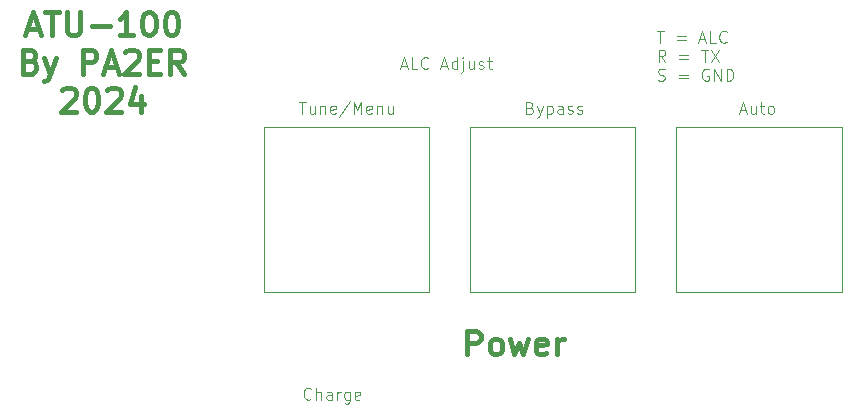
<source format=gbr>
%TF.GenerationSoftware,KiCad,Pcbnew,8.0.4-1.fc40*%
%TF.CreationDate,2024-08-27T20:39:50+02:00*%
%TF.ProjectId,ATU100 Alc interface Front,41545531-3030-4204-916c-6320696e7465,rev?*%
%TF.SameCoordinates,Original*%
%TF.FileFunction,Legend,Top*%
%TF.FilePolarity,Positive*%
%FSLAX46Y46*%
G04 Gerber Fmt 4.6, Leading zero omitted, Abs format (unit mm)*
G04 Created by KiCad (PCBNEW 8.0.4-1.fc40) date 2024-08-27 20:39:50*
%MOMM*%
%LPD*%
G01*
G04 APERTURE LIST*
%ADD10C,0.050000*%
%ADD11C,0.400000*%
%ADD12C,0.100000*%
G04 APERTURE END LIST*
D10*
X134850000Y-86050000D02*
X148850000Y-86050000D01*
X148850000Y-100050000D01*
X134850000Y-100050000D01*
X134850000Y-86050000D01*
X117400000Y-86050000D02*
X131400000Y-86050000D01*
X131400000Y-100050000D01*
X117400000Y-100050000D01*
X117400000Y-86050000D01*
X152300000Y-86050000D02*
X166300000Y-86050000D01*
X166300000Y-100050000D01*
X152300000Y-100050000D01*
X152300000Y-86050000D01*
D11*
X134597619Y-105284438D02*
X134597619Y-103284438D01*
X134597619Y-103284438D02*
X135359524Y-103284438D01*
X135359524Y-103284438D02*
X135550000Y-103379676D01*
X135550000Y-103379676D02*
X135645238Y-103474914D01*
X135645238Y-103474914D02*
X135740476Y-103665390D01*
X135740476Y-103665390D02*
X135740476Y-103951104D01*
X135740476Y-103951104D02*
X135645238Y-104141580D01*
X135645238Y-104141580D02*
X135550000Y-104236819D01*
X135550000Y-104236819D02*
X135359524Y-104332057D01*
X135359524Y-104332057D02*
X134597619Y-104332057D01*
X136883333Y-105284438D02*
X136692857Y-105189200D01*
X136692857Y-105189200D02*
X136597619Y-105093961D01*
X136597619Y-105093961D02*
X136502381Y-104903485D01*
X136502381Y-104903485D02*
X136502381Y-104332057D01*
X136502381Y-104332057D02*
X136597619Y-104141580D01*
X136597619Y-104141580D02*
X136692857Y-104046342D01*
X136692857Y-104046342D02*
X136883333Y-103951104D01*
X136883333Y-103951104D02*
X137169048Y-103951104D01*
X137169048Y-103951104D02*
X137359524Y-104046342D01*
X137359524Y-104046342D02*
X137454762Y-104141580D01*
X137454762Y-104141580D02*
X137550000Y-104332057D01*
X137550000Y-104332057D02*
X137550000Y-104903485D01*
X137550000Y-104903485D02*
X137454762Y-105093961D01*
X137454762Y-105093961D02*
X137359524Y-105189200D01*
X137359524Y-105189200D02*
X137169048Y-105284438D01*
X137169048Y-105284438D02*
X136883333Y-105284438D01*
X138216667Y-103951104D02*
X138597619Y-105284438D01*
X138597619Y-105284438D02*
X138978572Y-104332057D01*
X138978572Y-104332057D02*
X139359524Y-105284438D01*
X139359524Y-105284438D02*
X139740476Y-103951104D01*
X141264286Y-105189200D02*
X141073810Y-105284438D01*
X141073810Y-105284438D02*
X140692857Y-105284438D01*
X140692857Y-105284438D02*
X140502381Y-105189200D01*
X140502381Y-105189200D02*
X140407143Y-104998723D01*
X140407143Y-104998723D02*
X140407143Y-104236819D01*
X140407143Y-104236819D02*
X140502381Y-104046342D01*
X140502381Y-104046342D02*
X140692857Y-103951104D01*
X140692857Y-103951104D02*
X141073810Y-103951104D01*
X141073810Y-103951104D02*
X141264286Y-104046342D01*
X141264286Y-104046342D02*
X141359524Y-104236819D01*
X141359524Y-104236819D02*
X141359524Y-104427295D01*
X141359524Y-104427295D02*
X140407143Y-104617771D01*
X142216667Y-105284438D02*
X142216667Y-103951104D01*
X142216667Y-104332057D02*
X142311905Y-104141580D01*
X142311905Y-104141580D02*
X142407143Y-104046342D01*
X142407143Y-104046342D02*
X142597619Y-103951104D01*
X142597619Y-103951104D02*
X142788096Y-103951104D01*
D12*
X129006265Y-80836704D02*
X129482455Y-80836704D01*
X128911027Y-81122419D02*
X129244360Y-80122419D01*
X129244360Y-80122419D02*
X129577693Y-81122419D01*
X130387217Y-81122419D02*
X129911027Y-81122419D01*
X129911027Y-81122419D02*
X129911027Y-80122419D01*
X131291979Y-81027180D02*
X131244360Y-81074800D01*
X131244360Y-81074800D02*
X131101503Y-81122419D01*
X131101503Y-81122419D02*
X131006265Y-81122419D01*
X131006265Y-81122419D02*
X130863408Y-81074800D01*
X130863408Y-81074800D02*
X130768170Y-80979561D01*
X130768170Y-80979561D02*
X130720551Y-80884323D01*
X130720551Y-80884323D02*
X130672932Y-80693847D01*
X130672932Y-80693847D02*
X130672932Y-80550990D01*
X130672932Y-80550990D02*
X130720551Y-80360514D01*
X130720551Y-80360514D02*
X130768170Y-80265276D01*
X130768170Y-80265276D02*
X130863408Y-80170038D01*
X130863408Y-80170038D02*
X131006265Y-80122419D01*
X131006265Y-80122419D02*
X131101503Y-80122419D01*
X131101503Y-80122419D02*
X131244360Y-80170038D01*
X131244360Y-80170038D02*
X131291979Y-80217657D01*
X132434837Y-80836704D02*
X132911027Y-80836704D01*
X132339599Y-81122419D02*
X132672932Y-80122419D01*
X132672932Y-80122419D02*
X133006265Y-81122419D01*
X133768170Y-81122419D02*
X133768170Y-80122419D01*
X133768170Y-81074800D02*
X133672932Y-81122419D01*
X133672932Y-81122419D02*
X133482456Y-81122419D01*
X133482456Y-81122419D02*
X133387218Y-81074800D01*
X133387218Y-81074800D02*
X133339599Y-81027180D01*
X133339599Y-81027180D02*
X133291980Y-80931942D01*
X133291980Y-80931942D02*
X133291980Y-80646228D01*
X133291980Y-80646228D02*
X133339599Y-80550990D01*
X133339599Y-80550990D02*
X133387218Y-80503371D01*
X133387218Y-80503371D02*
X133482456Y-80455752D01*
X133482456Y-80455752D02*
X133672932Y-80455752D01*
X133672932Y-80455752D02*
X133768170Y-80503371D01*
X134244361Y-80455752D02*
X134244361Y-81312895D01*
X134244361Y-81312895D02*
X134196742Y-81408133D01*
X134196742Y-81408133D02*
X134101504Y-81455752D01*
X134101504Y-81455752D02*
X134053885Y-81455752D01*
X134244361Y-80122419D02*
X134196742Y-80170038D01*
X134196742Y-80170038D02*
X134244361Y-80217657D01*
X134244361Y-80217657D02*
X134291980Y-80170038D01*
X134291980Y-80170038D02*
X134244361Y-80122419D01*
X134244361Y-80122419D02*
X134244361Y-80217657D01*
X135149122Y-80455752D02*
X135149122Y-81122419D01*
X134720551Y-80455752D02*
X134720551Y-80979561D01*
X134720551Y-80979561D02*
X134768170Y-81074800D01*
X134768170Y-81074800D02*
X134863408Y-81122419D01*
X134863408Y-81122419D02*
X135006265Y-81122419D01*
X135006265Y-81122419D02*
X135101503Y-81074800D01*
X135101503Y-81074800D02*
X135149122Y-81027180D01*
X135577694Y-81074800D02*
X135672932Y-81122419D01*
X135672932Y-81122419D02*
X135863408Y-81122419D01*
X135863408Y-81122419D02*
X135958646Y-81074800D01*
X135958646Y-81074800D02*
X136006265Y-80979561D01*
X136006265Y-80979561D02*
X136006265Y-80931942D01*
X136006265Y-80931942D02*
X135958646Y-80836704D01*
X135958646Y-80836704D02*
X135863408Y-80789085D01*
X135863408Y-80789085D02*
X135720551Y-80789085D01*
X135720551Y-80789085D02*
X135625313Y-80741466D01*
X135625313Y-80741466D02*
X135577694Y-80646228D01*
X135577694Y-80646228D02*
X135577694Y-80598609D01*
X135577694Y-80598609D02*
X135625313Y-80503371D01*
X135625313Y-80503371D02*
X135720551Y-80455752D01*
X135720551Y-80455752D02*
X135863408Y-80455752D01*
X135863408Y-80455752D02*
X135958646Y-80503371D01*
X136291980Y-80455752D02*
X136672932Y-80455752D01*
X136434837Y-80122419D02*
X136434837Y-80979561D01*
X136434837Y-80979561D02*
X136482456Y-81074800D01*
X136482456Y-81074800D02*
X136577694Y-81122419D01*
X136577694Y-81122419D02*
X136672932Y-81122419D01*
X157706265Y-84636704D02*
X158182455Y-84636704D01*
X157611027Y-84922419D02*
X157944360Y-83922419D01*
X157944360Y-83922419D02*
X158277693Y-84922419D01*
X159039598Y-84255752D02*
X159039598Y-84922419D01*
X158611027Y-84255752D02*
X158611027Y-84779561D01*
X158611027Y-84779561D02*
X158658646Y-84874800D01*
X158658646Y-84874800D02*
X158753884Y-84922419D01*
X158753884Y-84922419D02*
X158896741Y-84922419D01*
X158896741Y-84922419D02*
X158991979Y-84874800D01*
X158991979Y-84874800D02*
X159039598Y-84827180D01*
X159372932Y-84255752D02*
X159753884Y-84255752D01*
X159515789Y-83922419D02*
X159515789Y-84779561D01*
X159515789Y-84779561D02*
X159563408Y-84874800D01*
X159563408Y-84874800D02*
X159658646Y-84922419D01*
X159658646Y-84922419D02*
X159753884Y-84922419D01*
X160230075Y-84922419D02*
X160134837Y-84874800D01*
X160134837Y-84874800D02*
X160087218Y-84827180D01*
X160087218Y-84827180D02*
X160039599Y-84731942D01*
X160039599Y-84731942D02*
X160039599Y-84446228D01*
X160039599Y-84446228D02*
X160087218Y-84350990D01*
X160087218Y-84350990D02*
X160134837Y-84303371D01*
X160134837Y-84303371D02*
X160230075Y-84255752D01*
X160230075Y-84255752D02*
X160372932Y-84255752D01*
X160372932Y-84255752D02*
X160468170Y-84303371D01*
X160468170Y-84303371D02*
X160515789Y-84350990D01*
X160515789Y-84350990D02*
X160563408Y-84446228D01*
X160563408Y-84446228D02*
X160563408Y-84731942D01*
X160563408Y-84731942D02*
X160515789Y-84827180D01*
X160515789Y-84827180D02*
X160468170Y-84874800D01*
X160468170Y-84874800D02*
X160372932Y-84922419D01*
X160372932Y-84922419D02*
X160230075Y-84922419D01*
X121375312Y-109027180D02*
X121327693Y-109074800D01*
X121327693Y-109074800D02*
X121184836Y-109122419D01*
X121184836Y-109122419D02*
X121089598Y-109122419D01*
X121089598Y-109122419D02*
X120946741Y-109074800D01*
X120946741Y-109074800D02*
X120851503Y-108979561D01*
X120851503Y-108979561D02*
X120803884Y-108884323D01*
X120803884Y-108884323D02*
X120756265Y-108693847D01*
X120756265Y-108693847D02*
X120756265Y-108550990D01*
X120756265Y-108550990D02*
X120803884Y-108360514D01*
X120803884Y-108360514D02*
X120851503Y-108265276D01*
X120851503Y-108265276D02*
X120946741Y-108170038D01*
X120946741Y-108170038D02*
X121089598Y-108122419D01*
X121089598Y-108122419D02*
X121184836Y-108122419D01*
X121184836Y-108122419D02*
X121327693Y-108170038D01*
X121327693Y-108170038D02*
X121375312Y-108217657D01*
X121803884Y-109122419D02*
X121803884Y-108122419D01*
X122232455Y-109122419D02*
X122232455Y-108598609D01*
X122232455Y-108598609D02*
X122184836Y-108503371D01*
X122184836Y-108503371D02*
X122089598Y-108455752D01*
X122089598Y-108455752D02*
X121946741Y-108455752D01*
X121946741Y-108455752D02*
X121851503Y-108503371D01*
X121851503Y-108503371D02*
X121803884Y-108550990D01*
X123137217Y-109122419D02*
X123137217Y-108598609D01*
X123137217Y-108598609D02*
X123089598Y-108503371D01*
X123089598Y-108503371D02*
X122994360Y-108455752D01*
X122994360Y-108455752D02*
X122803884Y-108455752D01*
X122803884Y-108455752D02*
X122708646Y-108503371D01*
X123137217Y-109074800D02*
X123041979Y-109122419D01*
X123041979Y-109122419D02*
X122803884Y-109122419D01*
X122803884Y-109122419D02*
X122708646Y-109074800D01*
X122708646Y-109074800D02*
X122661027Y-108979561D01*
X122661027Y-108979561D02*
X122661027Y-108884323D01*
X122661027Y-108884323D02*
X122708646Y-108789085D01*
X122708646Y-108789085D02*
X122803884Y-108741466D01*
X122803884Y-108741466D02*
X123041979Y-108741466D01*
X123041979Y-108741466D02*
X123137217Y-108693847D01*
X123613408Y-109122419D02*
X123613408Y-108455752D01*
X123613408Y-108646228D02*
X123661027Y-108550990D01*
X123661027Y-108550990D02*
X123708646Y-108503371D01*
X123708646Y-108503371D02*
X123803884Y-108455752D01*
X123803884Y-108455752D02*
X123899122Y-108455752D01*
X124661027Y-108455752D02*
X124661027Y-109265276D01*
X124661027Y-109265276D02*
X124613408Y-109360514D01*
X124613408Y-109360514D02*
X124565789Y-109408133D01*
X124565789Y-109408133D02*
X124470551Y-109455752D01*
X124470551Y-109455752D02*
X124327694Y-109455752D01*
X124327694Y-109455752D02*
X124232456Y-109408133D01*
X124661027Y-109074800D02*
X124565789Y-109122419D01*
X124565789Y-109122419D02*
X124375313Y-109122419D01*
X124375313Y-109122419D02*
X124280075Y-109074800D01*
X124280075Y-109074800D02*
X124232456Y-109027180D01*
X124232456Y-109027180D02*
X124184837Y-108931942D01*
X124184837Y-108931942D02*
X124184837Y-108646228D01*
X124184837Y-108646228D02*
X124232456Y-108550990D01*
X124232456Y-108550990D02*
X124280075Y-108503371D01*
X124280075Y-108503371D02*
X124375313Y-108455752D01*
X124375313Y-108455752D02*
X124565789Y-108455752D01*
X124565789Y-108455752D02*
X124661027Y-108503371D01*
X125518170Y-109074800D02*
X125422932Y-109122419D01*
X125422932Y-109122419D02*
X125232456Y-109122419D01*
X125232456Y-109122419D02*
X125137218Y-109074800D01*
X125137218Y-109074800D02*
X125089599Y-108979561D01*
X125089599Y-108979561D02*
X125089599Y-108598609D01*
X125089599Y-108598609D02*
X125137218Y-108503371D01*
X125137218Y-108503371D02*
X125232456Y-108455752D01*
X125232456Y-108455752D02*
X125422932Y-108455752D01*
X125422932Y-108455752D02*
X125518170Y-108503371D01*
X125518170Y-108503371D02*
X125565789Y-108598609D01*
X125565789Y-108598609D02*
X125565789Y-108693847D01*
X125565789Y-108693847D02*
X125089599Y-108789085D01*
X150661027Y-77902531D02*
X151232455Y-77902531D01*
X150946741Y-78902531D02*
X150946741Y-77902531D01*
X152327694Y-78378721D02*
X153089599Y-78378721D01*
X153089599Y-78664435D02*
X152327694Y-78664435D01*
X154280075Y-78616816D02*
X154756265Y-78616816D01*
X154184837Y-78902531D02*
X154518170Y-77902531D01*
X154518170Y-77902531D02*
X154851503Y-78902531D01*
X155661027Y-78902531D02*
X155184837Y-78902531D01*
X155184837Y-78902531D02*
X155184837Y-77902531D01*
X156565789Y-78807292D02*
X156518170Y-78854912D01*
X156518170Y-78854912D02*
X156375313Y-78902531D01*
X156375313Y-78902531D02*
X156280075Y-78902531D01*
X156280075Y-78902531D02*
X156137218Y-78854912D01*
X156137218Y-78854912D02*
X156041980Y-78759673D01*
X156041980Y-78759673D02*
X155994361Y-78664435D01*
X155994361Y-78664435D02*
X155946742Y-78473959D01*
X155946742Y-78473959D02*
X155946742Y-78331102D01*
X155946742Y-78331102D02*
X155994361Y-78140626D01*
X155994361Y-78140626D02*
X156041980Y-78045388D01*
X156041980Y-78045388D02*
X156137218Y-77950150D01*
X156137218Y-77950150D02*
X156280075Y-77902531D01*
X156280075Y-77902531D02*
X156375313Y-77902531D01*
X156375313Y-77902531D02*
X156518170Y-77950150D01*
X156518170Y-77950150D02*
X156565789Y-77997769D01*
X151375312Y-80512475D02*
X151041979Y-80036284D01*
X150803884Y-80512475D02*
X150803884Y-79512475D01*
X150803884Y-79512475D02*
X151184836Y-79512475D01*
X151184836Y-79512475D02*
X151280074Y-79560094D01*
X151280074Y-79560094D02*
X151327693Y-79607713D01*
X151327693Y-79607713D02*
X151375312Y-79702951D01*
X151375312Y-79702951D02*
X151375312Y-79845808D01*
X151375312Y-79845808D02*
X151327693Y-79941046D01*
X151327693Y-79941046D02*
X151280074Y-79988665D01*
X151280074Y-79988665D02*
X151184836Y-80036284D01*
X151184836Y-80036284D02*
X150803884Y-80036284D01*
X152565789Y-79988665D02*
X153327694Y-79988665D01*
X153327694Y-80274379D02*
X152565789Y-80274379D01*
X154422932Y-79512475D02*
X154994360Y-79512475D01*
X154708646Y-80512475D02*
X154708646Y-79512475D01*
X155232456Y-79512475D02*
X155899122Y-80512475D01*
X155899122Y-79512475D02*
X155232456Y-80512475D01*
X150756265Y-82074800D02*
X150899122Y-82122419D01*
X150899122Y-82122419D02*
X151137217Y-82122419D01*
X151137217Y-82122419D02*
X151232455Y-82074800D01*
X151232455Y-82074800D02*
X151280074Y-82027180D01*
X151280074Y-82027180D02*
X151327693Y-81931942D01*
X151327693Y-81931942D02*
X151327693Y-81836704D01*
X151327693Y-81836704D02*
X151280074Y-81741466D01*
X151280074Y-81741466D02*
X151232455Y-81693847D01*
X151232455Y-81693847D02*
X151137217Y-81646228D01*
X151137217Y-81646228D02*
X150946741Y-81598609D01*
X150946741Y-81598609D02*
X150851503Y-81550990D01*
X150851503Y-81550990D02*
X150803884Y-81503371D01*
X150803884Y-81503371D02*
X150756265Y-81408133D01*
X150756265Y-81408133D02*
X150756265Y-81312895D01*
X150756265Y-81312895D02*
X150803884Y-81217657D01*
X150803884Y-81217657D02*
X150851503Y-81170038D01*
X150851503Y-81170038D02*
X150946741Y-81122419D01*
X150946741Y-81122419D02*
X151184836Y-81122419D01*
X151184836Y-81122419D02*
X151327693Y-81170038D01*
X152518170Y-81598609D02*
X153280075Y-81598609D01*
X153280075Y-81884323D02*
X152518170Y-81884323D01*
X155041979Y-81170038D02*
X154946741Y-81122419D01*
X154946741Y-81122419D02*
X154803884Y-81122419D01*
X154803884Y-81122419D02*
X154661027Y-81170038D01*
X154661027Y-81170038D02*
X154565789Y-81265276D01*
X154565789Y-81265276D02*
X154518170Y-81360514D01*
X154518170Y-81360514D02*
X154470551Y-81550990D01*
X154470551Y-81550990D02*
X154470551Y-81693847D01*
X154470551Y-81693847D02*
X154518170Y-81884323D01*
X154518170Y-81884323D02*
X154565789Y-81979561D01*
X154565789Y-81979561D02*
X154661027Y-82074800D01*
X154661027Y-82074800D02*
X154803884Y-82122419D01*
X154803884Y-82122419D02*
X154899122Y-82122419D01*
X154899122Y-82122419D02*
X155041979Y-82074800D01*
X155041979Y-82074800D02*
X155089598Y-82027180D01*
X155089598Y-82027180D02*
X155089598Y-81693847D01*
X155089598Y-81693847D02*
X154899122Y-81693847D01*
X155518170Y-82122419D02*
X155518170Y-81122419D01*
X155518170Y-81122419D02*
X156089598Y-82122419D01*
X156089598Y-82122419D02*
X156089598Y-81122419D01*
X156565789Y-82122419D02*
X156565789Y-81122419D01*
X156565789Y-81122419D02*
X156803884Y-81122419D01*
X156803884Y-81122419D02*
X156946741Y-81170038D01*
X156946741Y-81170038D02*
X157041979Y-81265276D01*
X157041979Y-81265276D02*
X157089598Y-81360514D01*
X157089598Y-81360514D02*
X157137217Y-81550990D01*
X157137217Y-81550990D02*
X157137217Y-81693847D01*
X157137217Y-81693847D02*
X157089598Y-81884323D01*
X157089598Y-81884323D02*
X157041979Y-81979561D01*
X157041979Y-81979561D02*
X156946741Y-82074800D01*
X156946741Y-82074800D02*
X156803884Y-82122419D01*
X156803884Y-82122419D02*
X156565789Y-82122419D01*
X139937217Y-84398609D02*
X140080074Y-84446228D01*
X140080074Y-84446228D02*
X140127693Y-84493847D01*
X140127693Y-84493847D02*
X140175312Y-84589085D01*
X140175312Y-84589085D02*
X140175312Y-84731942D01*
X140175312Y-84731942D02*
X140127693Y-84827180D01*
X140127693Y-84827180D02*
X140080074Y-84874800D01*
X140080074Y-84874800D02*
X139984836Y-84922419D01*
X139984836Y-84922419D02*
X139603884Y-84922419D01*
X139603884Y-84922419D02*
X139603884Y-83922419D01*
X139603884Y-83922419D02*
X139937217Y-83922419D01*
X139937217Y-83922419D02*
X140032455Y-83970038D01*
X140032455Y-83970038D02*
X140080074Y-84017657D01*
X140080074Y-84017657D02*
X140127693Y-84112895D01*
X140127693Y-84112895D02*
X140127693Y-84208133D01*
X140127693Y-84208133D02*
X140080074Y-84303371D01*
X140080074Y-84303371D02*
X140032455Y-84350990D01*
X140032455Y-84350990D02*
X139937217Y-84398609D01*
X139937217Y-84398609D02*
X139603884Y-84398609D01*
X140508646Y-84255752D02*
X140746741Y-84922419D01*
X140984836Y-84255752D02*
X140746741Y-84922419D01*
X140746741Y-84922419D02*
X140651503Y-85160514D01*
X140651503Y-85160514D02*
X140603884Y-85208133D01*
X140603884Y-85208133D02*
X140508646Y-85255752D01*
X141365789Y-84255752D02*
X141365789Y-85255752D01*
X141365789Y-84303371D02*
X141461027Y-84255752D01*
X141461027Y-84255752D02*
X141651503Y-84255752D01*
X141651503Y-84255752D02*
X141746741Y-84303371D01*
X141746741Y-84303371D02*
X141794360Y-84350990D01*
X141794360Y-84350990D02*
X141841979Y-84446228D01*
X141841979Y-84446228D02*
X141841979Y-84731942D01*
X141841979Y-84731942D02*
X141794360Y-84827180D01*
X141794360Y-84827180D02*
X141746741Y-84874800D01*
X141746741Y-84874800D02*
X141651503Y-84922419D01*
X141651503Y-84922419D02*
X141461027Y-84922419D01*
X141461027Y-84922419D02*
X141365789Y-84874800D01*
X142699122Y-84922419D02*
X142699122Y-84398609D01*
X142699122Y-84398609D02*
X142651503Y-84303371D01*
X142651503Y-84303371D02*
X142556265Y-84255752D01*
X142556265Y-84255752D02*
X142365789Y-84255752D01*
X142365789Y-84255752D02*
X142270551Y-84303371D01*
X142699122Y-84874800D02*
X142603884Y-84922419D01*
X142603884Y-84922419D02*
X142365789Y-84922419D01*
X142365789Y-84922419D02*
X142270551Y-84874800D01*
X142270551Y-84874800D02*
X142222932Y-84779561D01*
X142222932Y-84779561D02*
X142222932Y-84684323D01*
X142222932Y-84684323D02*
X142270551Y-84589085D01*
X142270551Y-84589085D02*
X142365789Y-84541466D01*
X142365789Y-84541466D02*
X142603884Y-84541466D01*
X142603884Y-84541466D02*
X142699122Y-84493847D01*
X143127694Y-84874800D02*
X143222932Y-84922419D01*
X143222932Y-84922419D02*
X143413408Y-84922419D01*
X143413408Y-84922419D02*
X143508646Y-84874800D01*
X143508646Y-84874800D02*
X143556265Y-84779561D01*
X143556265Y-84779561D02*
X143556265Y-84731942D01*
X143556265Y-84731942D02*
X143508646Y-84636704D01*
X143508646Y-84636704D02*
X143413408Y-84589085D01*
X143413408Y-84589085D02*
X143270551Y-84589085D01*
X143270551Y-84589085D02*
X143175313Y-84541466D01*
X143175313Y-84541466D02*
X143127694Y-84446228D01*
X143127694Y-84446228D02*
X143127694Y-84398609D01*
X143127694Y-84398609D02*
X143175313Y-84303371D01*
X143175313Y-84303371D02*
X143270551Y-84255752D01*
X143270551Y-84255752D02*
X143413408Y-84255752D01*
X143413408Y-84255752D02*
X143508646Y-84303371D01*
X143937218Y-84874800D02*
X144032456Y-84922419D01*
X144032456Y-84922419D02*
X144222932Y-84922419D01*
X144222932Y-84922419D02*
X144318170Y-84874800D01*
X144318170Y-84874800D02*
X144365789Y-84779561D01*
X144365789Y-84779561D02*
X144365789Y-84731942D01*
X144365789Y-84731942D02*
X144318170Y-84636704D01*
X144318170Y-84636704D02*
X144222932Y-84589085D01*
X144222932Y-84589085D02*
X144080075Y-84589085D01*
X144080075Y-84589085D02*
X143984837Y-84541466D01*
X143984837Y-84541466D02*
X143937218Y-84446228D01*
X143937218Y-84446228D02*
X143937218Y-84398609D01*
X143937218Y-84398609D02*
X143984837Y-84303371D01*
X143984837Y-84303371D02*
X144080075Y-84255752D01*
X144080075Y-84255752D02*
X144222932Y-84255752D01*
X144222932Y-84255752D02*
X144318170Y-84303371D01*
D11*
X97369047Y-77723233D02*
X98321428Y-77723233D01*
X97178571Y-78294662D02*
X97845237Y-76294662D01*
X97845237Y-76294662D02*
X98511904Y-78294662D01*
X98892857Y-76294662D02*
X100035714Y-76294662D01*
X99464285Y-78294662D02*
X99464285Y-76294662D01*
X100702381Y-76294662D02*
X100702381Y-77913709D01*
X100702381Y-77913709D02*
X100797619Y-78104185D01*
X100797619Y-78104185D02*
X100892857Y-78199424D01*
X100892857Y-78199424D02*
X101083333Y-78294662D01*
X101083333Y-78294662D02*
X101464286Y-78294662D01*
X101464286Y-78294662D02*
X101654762Y-78199424D01*
X101654762Y-78199424D02*
X101750000Y-78104185D01*
X101750000Y-78104185D02*
X101845238Y-77913709D01*
X101845238Y-77913709D02*
X101845238Y-76294662D01*
X102797619Y-77532757D02*
X104321429Y-77532757D01*
X106321428Y-78294662D02*
X105178571Y-78294662D01*
X105749999Y-78294662D02*
X105749999Y-76294662D01*
X105749999Y-76294662D02*
X105559523Y-76580376D01*
X105559523Y-76580376D02*
X105369047Y-76770852D01*
X105369047Y-76770852D02*
X105178571Y-76866090D01*
X107559523Y-76294662D02*
X107750000Y-76294662D01*
X107750000Y-76294662D02*
X107940476Y-76389900D01*
X107940476Y-76389900D02*
X108035714Y-76485138D01*
X108035714Y-76485138D02*
X108130952Y-76675614D01*
X108130952Y-76675614D02*
X108226190Y-77056566D01*
X108226190Y-77056566D02*
X108226190Y-77532757D01*
X108226190Y-77532757D02*
X108130952Y-77913709D01*
X108130952Y-77913709D02*
X108035714Y-78104185D01*
X108035714Y-78104185D02*
X107940476Y-78199424D01*
X107940476Y-78199424D02*
X107750000Y-78294662D01*
X107750000Y-78294662D02*
X107559523Y-78294662D01*
X107559523Y-78294662D02*
X107369047Y-78199424D01*
X107369047Y-78199424D02*
X107273809Y-78104185D01*
X107273809Y-78104185D02*
X107178571Y-77913709D01*
X107178571Y-77913709D02*
X107083333Y-77532757D01*
X107083333Y-77532757D02*
X107083333Y-77056566D01*
X107083333Y-77056566D02*
X107178571Y-76675614D01*
X107178571Y-76675614D02*
X107273809Y-76485138D01*
X107273809Y-76485138D02*
X107369047Y-76389900D01*
X107369047Y-76389900D02*
X107559523Y-76294662D01*
X109464285Y-76294662D02*
X109654762Y-76294662D01*
X109654762Y-76294662D02*
X109845238Y-76389900D01*
X109845238Y-76389900D02*
X109940476Y-76485138D01*
X109940476Y-76485138D02*
X110035714Y-76675614D01*
X110035714Y-76675614D02*
X110130952Y-77056566D01*
X110130952Y-77056566D02*
X110130952Y-77532757D01*
X110130952Y-77532757D02*
X110035714Y-77913709D01*
X110035714Y-77913709D02*
X109940476Y-78104185D01*
X109940476Y-78104185D02*
X109845238Y-78199424D01*
X109845238Y-78199424D02*
X109654762Y-78294662D01*
X109654762Y-78294662D02*
X109464285Y-78294662D01*
X109464285Y-78294662D02*
X109273809Y-78199424D01*
X109273809Y-78199424D02*
X109178571Y-78104185D01*
X109178571Y-78104185D02*
X109083333Y-77913709D01*
X109083333Y-77913709D02*
X108988095Y-77532757D01*
X108988095Y-77532757D02*
X108988095Y-77056566D01*
X108988095Y-77056566D02*
X109083333Y-76675614D01*
X109083333Y-76675614D02*
X109178571Y-76485138D01*
X109178571Y-76485138D02*
X109273809Y-76389900D01*
X109273809Y-76389900D02*
X109464285Y-76294662D01*
X97654761Y-80466931D02*
X97940475Y-80562169D01*
X97940475Y-80562169D02*
X98035713Y-80657407D01*
X98035713Y-80657407D02*
X98130951Y-80847883D01*
X98130951Y-80847883D02*
X98130951Y-81133597D01*
X98130951Y-81133597D02*
X98035713Y-81324073D01*
X98035713Y-81324073D02*
X97940475Y-81419312D01*
X97940475Y-81419312D02*
X97749999Y-81514550D01*
X97749999Y-81514550D02*
X96988094Y-81514550D01*
X96988094Y-81514550D02*
X96988094Y-79514550D01*
X96988094Y-79514550D02*
X97654761Y-79514550D01*
X97654761Y-79514550D02*
X97845237Y-79609788D01*
X97845237Y-79609788D02*
X97940475Y-79705026D01*
X97940475Y-79705026D02*
X98035713Y-79895502D01*
X98035713Y-79895502D02*
X98035713Y-80085978D01*
X98035713Y-80085978D02*
X97940475Y-80276454D01*
X97940475Y-80276454D02*
X97845237Y-80371692D01*
X97845237Y-80371692D02*
X97654761Y-80466931D01*
X97654761Y-80466931D02*
X96988094Y-80466931D01*
X98797618Y-80181216D02*
X99273808Y-81514550D01*
X99749999Y-80181216D02*
X99273808Y-81514550D01*
X99273808Y-81514550D02*
X99083332Y-81990740D01*
X99083332Y-81990740D02*
X98988094Y-82085978D01*
X98988094Y-82085978D02*
X98797618Y-82181216D01*
X102035714Y-81514550D02*
X102035714Y-79514550D01*
X102035714Y-79514550D02*
X102797619Y-79514550D01*
X102797619Y-79514550D02*
X102988095Y-79609788D01*
X102988095Y-79609788D02*
X103083333Y-79705026D01*
X103083333Y-79705026D02*
X103178571Y-79895502D01*
X103178571Y-79895502D02*
X103178571Y-80181216D01*
X103178571Y-80181216D02*
X103083333Y-80371692D01*
X103083333Y-80371692D02*
X102988095Y-80466931D01*
X102988095Y-80466931D02*
X102797619Y-80562169D01*
X102797619Y-80562169D02*
X102035714Y-80562169D01*
X103940476Y-80943121D02*
X104892857Y-80943121D01*
X103750000Y-81514550D02*
X104416666Y-79514550D01*
X104416666Y-79514550D02*
X105083333Y-81514550D01*
X105654762Y-79705026D02*
X105750000Y-79609788D01*
X105750000Y-79609788D02*
X105940476Y-79514550D01*
X105940476Y-79514550D02*
X106416667Y-79514550D01*
X106416667Y-79514550D02*
X106607143Y-79609788D01*
X106607143Y-79609788D02*
X106702381Y-79705026D01*
X106702381Y-79705026D02*
X106797619Y-79895502D01*
X106797619Y-79895502D02*
X106797619Y-80085978D01*
X106797619Y-80085978D02*
X106702381Y-80371692D01*
X106702381Y-80371692D02*
X105559524Y-81514550D01*
X105559524Y-81514550D02*
X106797619Y-81514550D01*
X107654762Y-80466931D02*
X108321429Y-80466931D01*
X108607143Y-81514550D02*
X107654762Y-81514550D01*
X107654762Y-81514550D02*
X107654762Y-79514550D01*
X107654762Y-79514550D02*
X108607143Y-79514550D01*
X110607143Y-81514550D02*
X109940476Y-80562169D01*
X109464286Y-81514550D02*
X109464286Y-79514550D01*
X109464286Y-79514550D02*
X110226191Y-79514550D01*
X110226191Y-79514550D02*
X110416667Y-79609788D01*
X110416667Y-79609788D02*
X110511905Y-79705026D01*
X110511905Y-79705026D02*
X110607143Y-79895502D01*
X110607143Y-79895502D02*
X110607143Y-80181216D01*
X110607143Y-80181216D02*
X110511905Y-80371692D01*
X110511905Y-80371692D02*
X110416667Y-80466931D01*
X110416667Y-80466931D02*
X110226191Y-80562169D01*
X110226191Y-80562169D02*
X109464286Y-80562169D01*
X100321428Y-82924914D02*
X100416666Y-82829676D01*
X100416666Y-82829676D02*
X100607142Y-82734438D01*
X100607142Y-82734438D02*
X101083333Y-82734438D01*
X101083333Y-82734438D02*
X101273809Y-82829676D01*
X101273809Y-82829676D02*
X101369047Y-82924914D01*
X101369047Y-82924914D02*
X101464285Y-83115390D01*
X101464285Y-83115390D02*
X101464285Y-83305866D01*
X101464285Y-83305866D02*
X101369047Y-83591580D01*
X101369047Y-83591580D02*
X100226190Y-84734438D01*
X100226190Y-84734438D02*
X101464285Y-84734438D01*
X102702380Y-82734438D02*
X102892857Y-82734438D01*
X102892857Y-82734438D02*
X103083333Y-82829676D01*
X103083333Y-82829676D02*
X103178571Y-82924914D01*
X103178571Y-82924914D02*
X103273809Y-83115390D01*
X103273809Y-83115390D02*
X103369047Y-83496342D01*
X103369047Y-83496342D02*
X103369047Y-83972533D01*
X103369047Y-83972533D02*
X103273809Y-84353485D01*
X103273809Y-84353485D02*
X103178571Y-84543961D01*
X103178571Y-84543961D02*
X103083333Y-84639200D01*
X103083333Y-84639200D02*
X102892857Y-84734438D01*
X102892857Y-84734438D02*
X102702380Y-84734438D01*
X102702380Y-84734438D02*
X102511904Y-84639200D01*
X102511904Y-84639200D02*
X102416666Y-84543961D01*
X102416666Y-84543961D02*
X102321428Y-84353485D01*
X102321428Y-84353485D02*
X102226190Y-83972533D01*
X102226190Y-83972533D02*
X102226190Y-83496342D01*
X102226190Y-83496342D02*
X102321428Y-83115390D01*
X102321428Y-83115390D02*
X102416666Y-82924914D01*
X102416666Y-82924914D02*
X102511904Y-82829676D01*
X102511904Y-82829676D02*
X102702380Y-82734438D01*
X104130952Y-82924914D02*
X104226190Y-82829676D01*
X104226190Y-82829676D02*
X104416666Y-82734438D01*
X104416666Y-82734438D02*
X104892857Y-82734438D01*
X104892857Y-82734438D02*
X105083333Y-82829676D01*
X105083333Y-82829676D02*
X105178571Y-82924914D01*
X105178571Y-82924914D02*
X105273809Y-83115390D01*
X105273809Y-83115390D02*
X105273809Y-83305866D01*
X105273809Y-83305866D02*
X105178571Y-83591580D01*
X105178571Y-83591580D02*
X104035714Y-84734438D01*
X104035714Y-84734438D02*
X105273809Y-84734438D01*
X106988095Y-83401104D02*
X106988095Y-84734438D01*
X106511904Y-82639200D02*
X106035714Y-84067771D01*
X106035714Y-84067771D02*
X107273809Y-84067771D01*
D12*
X120361027Y-83922419D02*
X120932455Y-83922419D01*
X120646741Y-84922419D02*
X120646741Y-83922419D01*
X121694360Y-84255752D02*
X121694360Y-84922419D01*
X121265789Y-84255752D02*
X121265789Y-84779561D01*
X121265789Y-84779561D02*
X121313408Y-84874800D01*
X121313408Y-84874800D02*
X121408646Y-84922419D01*
X121408646Y-84922419D02*
X121551503Y-84922419D01*
X121551503Y-84922419D02*
X121646741Y-84874800D01*
X121646741Y-84874800D02*
X121694360Y-84827180D01*
X122170551Y-84255752D02*
X122170551Y-84922419D01*
X122170551Y-84350990D02*
X122218170Y-84303371D01*
X122218170Y-84303371D02*
X122313408Y-84255752D01*
X122313408Y-84255752D02*
X122456265Y-84255752D01*
X122456265Y-84255752D02*
X122551503Y-84303371D01*
X122551503Y-84303371D02*
X122599122Y-84398609D01*
X122599122Y-84398609D02*
X122599122Y-84922419D01*
X123456265Y-84874800D02*
X123361027Y-84922419D01*
X123361027Y-84922419D02*
X123170551Y-84922419D01*
X123170551Y-84922419D02*
X123075313Y-84874800D01*
X123075313Y-84874800D02*
X123027694Y-84779561D01*
X123027694Y-84779561D02*
X123027694Y-84398609D01*
X123027694Y-84398609D02*
X123075313Y-84303371D01*
X123075313Y-84303371D02*
X123170551Y-84255752D01*
X123170551Y-84255752D02*
X123361027Y-84255752D01*
X123361027Y-84255752D02*
X123456265Y-84303371D01*
X123456265Y-84303371D02*
X123503884Y-84398609D01*
X123503884Y-84398609D02*
X123503884Y-84493847D01*
X123503884Y-84493847D02*
X123027694Y-84589085D01*
X124646741Y-83874800D02*
X123789599Y-85160514D01*
X124980075Y-84922419D02*
X124980075Y-83922419D01*
X124980075Y-83922419D02*
X125313408Y-84636704D01*
X125313408Y-84636704D02*
X125646741Y-83922419D01*
X125646741Y-83922419D02*
X125646741Y-84922419D01*
X126503884Y-84874800D02*
X126408646Y-84922419D01*
X126408646Y-84922419D02*
X126218170Y-84922419D01*
X126218170Y-84922419D02*
X126122932Y-84874800D01*
X126122932Y-84874800D02*
X126075313Y-84779561D01*
X126075313Y-84779561D02*
X126075313Y-84398609D01*
X126075313Y-84398609D02*
X126122932Y-84303371D01*
X126122932Y-84303371D02*
X126218170Y-84255752D01*
X126218170Y-84255752D02*
X126408646Y-84255752D01*
X126408646Y-84255752D02*
X126503884Y-84303371D01*
X126503884Y-84303371D02*
X126551503Y-84398609D01*
X126551503Y-84398609D02*
X126551503Y-84493847D01*
X126551503Y-84493847D02*
X126075313Y-84589085D01*
X126980075Y-84255752D02*
X126980075Y-84922419D01*
X126980075Y-84350990D02*
X127027694Y-84303371D01*
X127027694Y-84303371D02*
X127122932Y-84255752D01*
X127122932Y-84255752D02*
X127265789Y-84255752D01*
X127265789Y-84255752D02*
X127361027Y-84303371D01*
X127361027Y-84303371D02*
X127408646Y-84398609D01*
X127408646Y-84398609D02*
X127408646Y-84922419D01*
X128313408Y-84255752D02*
X128313408Y-84922419D01*
X127884837Y-84255752D02*
X127884837Y-84779561D01*
X127884837Y-84779561D02*
X127932456Y-84874800D01*
X127932456Y-84874800D02*
X128027694Y-84922419D01*
X128027694Y-84922419D02*
X128170551Y-84922419D01*
X128170551Y-84922419D02*
X128265789Y-84874800D01*
X128265789Y-84874800D02*
X128313408Y-84827180D01*
M02*

</source>
